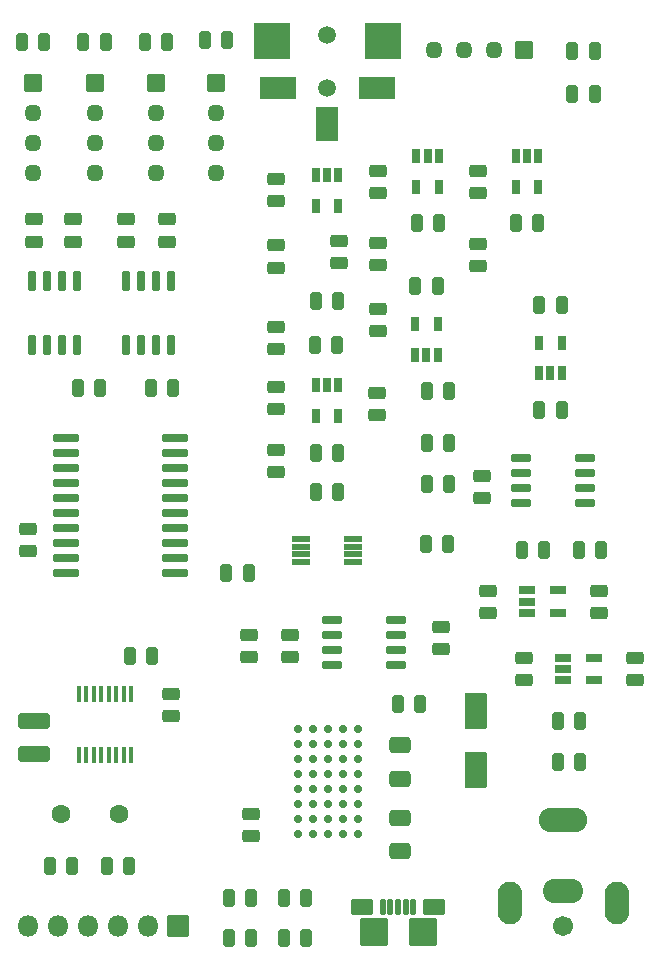
<source format=gts>
G04 #@! TF.GenerationSoftware,KiCad,Pcbnew,6.0.11+dfsg-1*
G04 #@! TF.CreationDate,2024-05-04T22:48:08-04:00*
G04 #@! TF.ProjectId,mystat,6d797374-6174-42e6-9b69-6361645f7063,rev?*
G04 #@! TF.SameCoordinates,Original*
G04 #@! TF.FileFunction,Soldermask,Top*
G04 #@! TF.FilePolarity,Negative*
%FSLAX46Y46*%
G04 Gerber Fmt 4.6, Leading zero omitted, Abs format (unit mm)*
G04 Created by KiCad (PCBNEW 6.0.11+dfsg-1) date 2024-05-04 22:48:08*
%MOMM*%
%LPD*%
G01*
G04 APERTURE LIST*
G04 Aperture macros list*
%AMRoundRect*
0 Rectangle with rounded corners*
0 $1 Rounding radius*
0 $2 $3 $4 $5 $6 $7 $8 $9 X,Y pos of 4 corners*
0 Add a 4 corners polygon primitive as box body*
4,1,4,$2,$3,$4,$5,$6,$7,$8,$9,$2,$3,0*
0 Add four circle primitives for the rounded corners*
1,1,$1+$1,$2,$3*
1,1,$1+$1,$4,$5*
1,1,$1+$1,$6,$7*
1,1,$1+$1,$8,$9*
0 Add four rect primitives between the rounded corners*
20,1,$1+$1,$2,$3,$4,$5,0*
20,1,$1+$1,$4,$5,$6,$7,0*
20,1,$1+$1,$6,$7,$8,$9,0*
20,1,$1+$1,$8,$9,$2,$3,0*%
G04 Aperture macros list end*
%ADD10C,1.501600*%
%ADD11RoundRect,0.050800X-0.900000X1.400000X-0.900000X-1.400000X0.900000X-1.400000X0.900000X1.400000X0*%
%ADD12RoundRect,0.050800X-1.500000X0.900000X-1.500000X-0.900000X1.500000X-0.900000X1.500000X0.900000X0*%
%ADD13RoundRect,0.050800X-1.500000X1.500000X-1.500000X-1.500000X1.500000X-1.500000X1.500000X1.500000X0*%
%ADD14RoundRect,0.294550X-0.456250X0.243750X-0.456250X-0.243750X0.456250X-0.243750X0.456250X0.243750X0*%
%ADD15RoundRect,0.294550X0.456250X-0.243750X0.456250X0.243750X-0.456250X0.243750X-0.456250X-0.243750X0*%
%ADD16RoundRect,0.294550X-0.243750X-0.456250X0.243750X-0.456250X0.243750X0.456250X-0.243750X0.456250X0*%
%ADD17RoundRect,0.300800X1.075000X-0.375000X1.075000X0.375000X-1.075000X0.375000X-1.075000X-0.375000X0*%
%ADD18RoundRect,0.294550X0.243750X0.456250X-0.243750X0.456250X-0.243750X-0.456250X0.243750X-0.456250X0*%
%ADD19C,1.601600*%
%ADD20RoundRect,0.050800X-0.675000X-0.675000X0.675000X-0.675000X0.675000X0.675000X-0.675000X0.675000X0*%
%ADD21O,1.451600X1.451600*%
%ADD22RoundRect,0.050800X-0.675000X0.675000X-0.675000X-0.675000X0.675000X-0.675000X0.675000X0.675000X0*%
%ADD23C,1.701600*%
%ADD24O,4.101600X2.101600*%
%ADD25O,3.401600X2.101600*%
%ADD26O,2.101600X3.601600*%
%ADD27RoundRect,0.050800X0.889000X-1.460500X0.889000X1.460500X-0.889000X1.460500X-0.889000X-1.460500X0*%
%ADD28RoundRect,0.050800X-0.850000X0.850000X-0.850000X-0.850000X0.850000X-0.850000X0.850000X0.850000X0*%
%ADD29O,1.801600X1.801600*%
%ADD30C,0.726600*%
%ADD31RoundRect,0.300800X0.625000X-0.375000X0.625000X0.375000X-0.625000X0.375000X-0.625000X-0.375000X0*%
%ADD32RoundRect,0.300800X-0.625000X0.375000X-0.625000X-0.375000X0.625000X-0.375000X0.625000X0.375000X0*%
%ADD33RoundRect,0.050800X-0.275000X0.775000X-0.275000X-0.775000X0.275000X-0.775000X0.275000X0.775000X0*%
%ADD34RoundRect,0.050800X-0.250000X0.775000X-0.250000X-0.775000X0.250000X-0.775000X0.250000X0.775000X0*%
%ADD35RoundRect,0.050800X0.775000X0.275000X-0.775000X0.275000X-0.775000X-0.275000X0.775000X-0.275000X0*%
%ADD36RoundRect,0.050800X0.775000X0.250000X-0.775000X0.250000X-0.775000X-0.250000X0.775000X-0.250000X0*%
%ADD37RoundRect,0.050800X0.725000X0.190000X-0.725000X0.190000X-0.725000X-0.190000X0.725000X-0.190000X0*%
%ADD38RoundRect,0.050800X0.740000X0.175000X-0.740000X0.175000X-0.740000X-0.175000X0.740000X-0.175000X0*%
%ADD39RoundRect,0.050800X0.150000X-0.600000X0.150000X0.600000X-0.150000X0.600000X-0.150000X-0.600000X0*%
%ADD40RoundRect,0.050800X0.175000X-0.600000X0.175000X0.600000X-0.175000X0.600000X-0.175000X-0.600000X0*%
%ADD41RoundRect,0.050800X-0.875000X-0.600000X0.875000X-0.600000X0.875000X0.600000X-0.875000X0.600000X0*%
%ADD42RoundRect,0.050800X-1.100000X-1.100000X1.100000X-1.100000X1.100000X1.100000X-1.100000X1.100000X0*%
%ADD43RoundRect,0.050800X-0.610000X-0.310000X0.610000X-0.310000X0.610000X0.310000X-0.610000X0.310000X0*%
%ADD44RoundRect,0.050800X1.025000X0.275000X-1.025000X0.275000X-1.025000X-0.275000X1.025000X-0.275000X0*%
%ADD45RoundRect,0.050800X0.300000X-0.550000X0.300000X0.550000X-0.300000X0.550000X-0.300000X-0.550000X0*%
%ADD46RoundRect,0.050800X-0.300000X0.550000X-0.300000X-0.550000X0.300000X-0.550000X0.300000X0.550000X0*%
G04 APERTURE END LIST*
D10*
X80000000Y-56750000D03*
X80000000Y-52250000D03*
D11*
X80000000Y-59750000D03*
D12*
X75800000Y-56750000D03*
X84200000Y-56750000D03*
D13*
X75300000Y-52750000D03*
X84700000Y-52750000D03*
D14*
X96647593Y-105002868D03*
X96647593Y-106877868D03*
D15*
X106047593Y-106877868D03*
X106047593Y-105002868D03*
D14*
X54660800Y-94058500D03*
X54660800Y-95933500D03*
D15*
X55207733Y-69737940D03*
X55207733Y-67862940D03*
D16*
X58862500Y-82100000D03*
X60737500Y-82100000D03*
D15*
X89600000Y-104237500D03*
X89600000Y-102362500D03*
D14*
X76867972Y-103062500D03*
X76867972Y-104937500D03*
D17*
X55191708Y-113109399D03*
X55191708Y-110309399D03*
D18*
X66937500Y-82100000D03*
X65062500Y-82100000D03*
D15*
X63000000Y-69737500D03*
X63000000Y-67862500D03*
D18*
X65137500Y-104800000D03*
X63262500Y-104800000D03*
D14*
X66800000Y-108062500D03*
X66800000Y-109937500D03*
X93100000Y-89562500D03*
X93100000Y-91437500D03*
D16*
X97962500Y-84000000D03*
X99837500Y-84000000D03*
X87562500Y-68200000D03*
X89437500Y-68200000D03*
X87462500Y-73500000D03*
X89337500Y-73500000D03*
D15*
X84300000Y-65637500D03*
X84300000Y-63762500D03*
D16*
X95962500Y-68200000D03*
X97837500Y-68200000D03*
X88462500Y-82400000D03*
X90337500Y-82400000D03*
D15*
X92800000Y-63762500D03*
X92800000Y-65637500D03*
D18*
X90337500Y-86800000D03*
X88462500Y-86800000D03*
D15*
X84200000Y-84437500D03*
X84200000Y-82562500D03*
X81000000Y-71537500D03*
X81000000Y-69662500D03*
D14*
X75700000Y-64462500D03*
X75700000Y-66337500D03*
D16*
X79062500Y-90900000D03*
X80937500Y-90900000D03*
D18*
X101437500Y-113800000D03*
X99562500Y-113800000D03*
D16*
X99510093Y-110340368D03*
X101385093Y-110340368D03*
D15*
X58507733Y-69737940D03*
X58507733Y-67862940D03*
D14*
X73367972Y-103062500D03*
X73367972Y-104937500D03*
X66400000Y-67862500D03*
X66400000Y-69737500D03*
D16*
X100762500Y-53600000D03*
X102637500Y-53600000D03*
D18*
X90237500Y-95300000D03*
X88362500Y-95300000D03*
D15*
X84300000Y-71737500D03*
X84300000Y-69862500D03*
D14*
X84300000Y-75462500D03*
X84300000Y-77337500D03*
D15*
X92800000Y-71837500D03*
X92800000Y-69962500D03*
D16*
X88462500Y-90300000D03*
X90337500Y-90300000D03*
D18*
X56037500Y-52800000D03*
X54162500Y-52800000D03*
D14*
X75700000Y-76962500D03*
X75700000Y-78837500D03*
D18*
X80837500Y-78500000D03*
X78962500Y-78500000D03*
X71537500Y-52700000D03*
X69662500Y-52700000D03*
D16*
X79062500Y-87600000D03*
X80937500Y-87600000D03*
D14*
X75700000Y-87362500D03*
X75700000Y-89237500D03*
D15*
X75700000Y-71937500D03*
X75700000Y-70062500D03*
D18*
X66437500Y-52800000D03*
X64562500Y-52800000D03*
X61237500Y-52800000D03*
X59362500Y-52800000D03*
D19*
X57470000Y-118190000D03*
X62350000Y-118190000D03*
D16*
X61354208Y-122609399D03*
X63229208Y-122609399D03*
X100762500Y-57200000D03*
X102637500Y-57200000D03*
D18*
X99837500Y-75100000D03*
X97962500Y-75100000D03*
D20*
X55100000Y-56300000D03*
D21*
X55100000Y-58840000D03*
X55100000Y-61380000D03*
X55100000Y-63920000D03*
D22*
X96700000Y-53500000D03*
D21*
X94160000Y-53500000D03*
X91620000Y-53500000D03*
X89080000Y-53500000D03*
D20*
X60300000Y-56300000D03*
D21*
X60300000Y-58840000D03*
X60300000Y-61380000D03*
X60300000Y-63920000D03*
D20*
X70600000Y-56300000D03*
D21*
X70600000Y-58840000D03*
X70600000Y-61380000D03*
X70600000Y-63920000D03*
D20*
X65500000Y-56300000D03*
D21*
X65500000Y-58840000D03*
X65500000Y-61380000D03*
X65500000Y-63920000D03*
D16*
X79062500Y-74800000D03*
X80937500Y-74800000D03*
D23*
X100000000Y-127700000D03*
D24*
X100000000Y-118700000D03*
D25*
X100000000Y-124700000D03*
D26*
X104500000Y-125700000D03*
X95500000Y-125700000D03*
D27*
X92600000Y-114501900D03*
X92600000Y-109498100D03*
D28*
X67400000Y-127700000D03*
D29*
X64860000Y-127700000D03*
X62320000Y-127700000D03*
X59780000Y-127700000D03*
X57240000Y-127700000D03*
X54700000Y-127700000D03*
D14*
X73550000Y-118162500D03*
X73550000Y-120037500D03*
D30*
X77540943Y-111042404D03*
X78810943Y-111042404D03*
X80080943Y-111042404D03*
X81350943Y-111042404D03*
X82620943Y-111042404D03*
X77540943Y-112312404D03*
X78810943Y-112312404D03*
X80080943Y-112312404D03*
X81350943Y-112312404D03*
X82620943Y-112312404D03*
X77540943Y-113582404D03*
X78810943Y-113582404D03*
X80080943Y-113582404D03*
X81350943Y-113582404D03*
X82620943Y-113582404D03*
X77540943Y-114852404D03*
X78810943Y-114852404D03*
X80080943Y-114852404D03*
X81350943Y-114852404D03*
X82620943Y-114852404D03*
X77540943Y-116122404D03*
X78810943Y-116122404D03*
X80080943Y-116122404D03*
X81350943Y-116122404D03*
X82620943Y-116122404D03*
X77540943Y-117392404D03*
X78810943Y-117392404D03*
X80080943Y-117392404D03*
X81350943Y-117392404D03*
X82620943Y-117392404D03*
X77540943Y-118662404D03*
X78810943Y-118662404D03*
X80080943Y-118662404D03*
X81350943Y-118662404D03*
X82620943Y-118662404D03*
X77540943Y-119932404D03*
X78810943Y-119932404D03*
X80080943Y-119932404D03*
X81350943Y-119932404D03*
X82620943Y-119932404D03*
D31*
X86200000Y-121300000D03*
X86200000Y-118500000D03*
D32*
X86200000Y-112400000D03*
X86200000Y-115200000D03*
D15*
X103026497Y-101154261D03*
X103026497Y-99279261D03*
D14*
X93626497Y-99279261D03*
X93626497Y-101154261D03*
D16*
X101288997Y-95816761D03*
X103163997Y-95816761D03*
X96488997Y-95816761D03*
X98363997Y-95816761D03*
D18*
X78237500Y-128700000D03*
X76362500Y-128700000D03*
D16*
X71662500Y-125300000D03*
X73537500Y-125300000D03*
X71662500Y-128700000D03*
X73537500Y-128700000D03*
X76362500Y-125300000D03*
X78237500Y-125300000D03*
D33*
X66744605Y-73080739D03*
D34*
X65474605Y-73080739D03*
X64204605Y-73080739D03*
X62934605Y-73080739D03*
D33*
X62934605Y-78480739D03*
X64204605Y-78480739D03*
X65474605Y-78480739D03*
X66744605Y-78480739D03*
X58812733Y-73100440D03*
D34*
X57542733Y-73100440D03*
X56272733Y-73100440D03*
X55002733Y-73100440D03*
D33*
X55002733Y-78500440D03*
X56272733Y-78500440D03*
X57542733Y-78500440D03*
X58812733Y-78500440D03*
D35*
X85800000Y-105605000D03*
D36*
X85800000Y-104335000D03*
X85800000Y-103065000D03*
X85800000Y-101795000D03*
D35*
X80400000Y-101795000D03*
X80400000Y-103065000D03*
X80400000Y-104335000D03*
X80400000Y-105605000D03*
D37*
X82200000Y-96875000D03*
X82200000Y-96225000D03*
X82200000Y-95575000D03*
X82200000Y-94925000D03*
X77800000Y-94925000D03*
D38*
X77800000Y-95575000D03*
D37*
X77800000Y-96225000D03*
X77800000Y-96875000D03*
D39*
X58969208Y-113209399D03*
X59604208Y-113209399D03*
X60239208Y-113209399D03*
X60874208Y-113209399D03*
X61509208Y-113209399D03*
X62144208Y-113209399D03*
X62779208Y-113209399D03*
X63414208Y-113209399D03*
X63414208Y-108009399D03*
X62779208Y-108009399D03*
X62144208Y-108009399D03*
X61509208Y-108009399D03*
X60874208Y-108009399D03*
X60239208Y-108009399D03*
X59604208Y-108009399D03*
X58969208Y-108009399D03*
D35*
X101800000Y-91905000D03*
D36*
X101800000Y-90635000D03*
X101800000Y-89365000D03*
X101800000Y-88095000D03*
D35*
X96400000Y-88095000D03*
X96400000Y-89365000D03*
X96400000Y-90635000D03*
X96400000Y-91905000D03*
D40*
X84700000Y-126100000D03*
X85350000Y-126100000D03*
X86000000Y-126100000D03*
X86650000Y-126100000D03*
X87300000Y-126100000D03*
D41*
X82925000Y-126100000D03*
X89075000Y-126100000D03*
D42*
X83925000Y-128150000D03*
X88075000Y-128150000D03*
D14*
X75700000Y-82062500D03*
X75700000Y-83937500D03*
D18*
X58387500Y-122590000D03*
X56512500Y-122590000D03*
D16*
X85962500Y-108900000D03*
X87837500Y-108900000D03*
X71462500Y-97800000D03*
X73337500Y-97800000D03*
D43*
X96916497Y-99266761D03*
X96916497Y-100216761D03*
X96916497Y-101166761D03*
X99536497Y-101166761D03*
X99536497Y-99266761D03*
X99937593Y-104990368D03*
X99937593Y-105940368D03*
X99937593Y-106890368D03*
X102557593Y-106890368D03*
X102557593Y-104990368D03*
D44*
X67150000Y-97815000D03*
X67150000Y-96545000D03*
X67150000Y-95275000D03*
X67150000Y-94005000D03*
X67150000Y-92735000D03*
X67150000Y-91465000D03*
X67150000Y-90195000D03*
X67150000Y-88925000D03*
X67150000Y-87655000D03*
X67150000Y-86385000D03*
X57850000Y-86385000D03*
X57850000Y-87655000D03*
X57850000Y-88925000D03*
X57850000Y-90195000D03*
X57850000Y-91465000D03*
X57850000Y-92735000D03*
X57850000Y-94005000D03*
X57850000Y-95275000D03*
X57850000Y-96545000D03*
X57850000Y-97815000D03*
D45*
X97950000Y-80900000D03*
X98900000Y-80900000D03*
X99850000Y-80900000D03*
X99850000Y-78300000D03*
X97950000Y-78300000D03*
D46*
X89450000Y-62500000D03*
X88500000Y-62500000D03*
X87550000Y-62500000D03*
X87550000Y-65100000D03*
X89450000Y-65100000D03*
D45*
X87450000Y-79300000D03*
X88400000Y-79300000D03*
X89350000Y-79300000D03*
X89350000Y-76700000D03*
X87450000Y-76700000D03*
D46*
X97850000Y-62500000D03*
X96900000Y-62500000D03*
X95950000Y-62500000D03*
X95950000Y-65100000D03*
X97850000Y-65100000D03*
X80950000Y-81900000D03*
X80000000Y-81900000D03*
X79050000Y-81900000D03*
X79050000Y-84500000D03*
X80950000Y-84500000D03*
X80950000Y-64100000D03*
X80000000Y-64100000D03*
X79050000Y-64100000D03*
X79050000Y-66700000D03*
X80950000Y-66700000D03*
M02*

</source>
